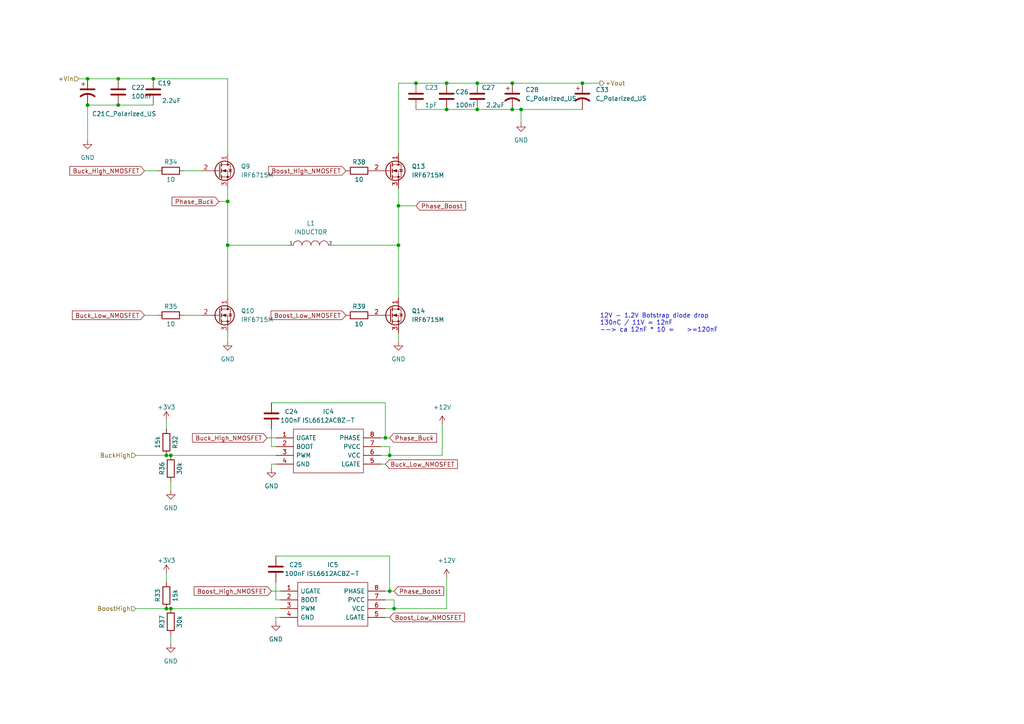
<source format=kicad_sch>
(kicad_sch (version 20211123) (generator eeschema)
  (paper "A4")
  (lib_symbols
    (symbol "Device:C" (pin_numbers hide) (pin_names (offset 0.254))
      (property "Reference" "C" (at 0.635 2.54 0))
      (property "Value" "C" (at 0.635 -2.54 0))
      (symbol "C_0_1"
        (polyline (pts (xy -2.032 -0.762) (xy 2.032 -0.762)) (stroke (width 0.508)))
        (polyline (pts (xy -2.032 0.762) (xy 2.032 0.762)) (stroke (width 0.508)))
      )
      (symbol "C_1_1"
        (pin passive line (at 0 3.81 270) (length 2.794) (name "~") (number "1"))
        (pin passive line (at 0 -3.81 90) (length 2.794) (name "~") (number "2"))
      )
    )
    (symbol "Device:C_Polarized_US" (pin_numbers hide) (pin_names (offset 0.254) hide)
      (property "Reference" "C" (at 0.635 2.54 0))
      (property "Value" "C_Polarized_US" (at 0.635 -2.54 0))
      (symbol "C_Polarized_US_0_1"
        (polyline (pts (xy -2.032 0.762) (xy 2.032 0.762)) (stroke (width 0.508)))
        (polyline (pts (xy -1.778 2.286) (xy -0.762 2.286)))
        (polyline (pts (xy -1.27 1.778) (xy -1.27 2.794)))
        (arc (start 2.032 -1.27) (mid 0 -0.5572) (end -2.032 -1.27) (stroke (width 0.508)))
      )
      (symbol "C_Polarized_US_1_1"
        (pin passive line (at 0 3.81 270) (length 2.794) (name "~") (number "1"))
        (pin passive line (at 0 -3.81 90) (length 3.302) (name "~") (number "2"))
      )
    )
    (symbol "Device:R" (pin_numbers hide) (pin_names (offset 0))
      (property "Reference" "R" (at 2.032 0 90))
      (property "Value" "R" (at 0 0 90))
      (symbol "R_0_1"
        (rectangle (start -1.016 -2.54) (end 1.016 2.54) (stroke (width 0.254)))
      )
      (symbol "R_1_1"
        (pin passive line (at 0 3.81 270) (length 1.27) (name "~") (number "1"))
        (pin passive line (at 0 -3.81 90) (length 1.27) (name "~") (number "2"))
      )
    )
    (symbol "SamacSys_Parts:ISL6612ACBZ-T" (pin_names (offset 0.762))
      (property "Reference" "IC" (at 26.67 7.62 0))
      (property "Value" "ISL6612ACBZ-T" (at 26.67 5.08 0))
      (symbol "ISL6612ACBZ-T_0_0"
        (pin passive line (at 0 0 0) (length 5.08) (name "UGATE") (number "1"))
        (pin passive line (at 0 -2.54 0) (length 5.08) (name "BOOT") (number "2"))
        (pin passive line (at 0 -5.08 0) (length 5.08) (name "PWM") (number "3"))
        (pin passive line (at 0 -7.62 0) (length 5.08) (name "GND") (number "4"))
        (pin passive line (at 30.48 -7.62 180) (length 5.08) (name "LGATE") (number "5"))
        (pin passive line (at 30.48 -5.08 180) (length 5.08) (name "VCC") (number "6"))
        (pin passive line (at 30.48 -2.54 180) (length 5.08) (name "PVCC") (number "7"))
        (pin passive line (at 30.48 0 180) (length 5.08) (name "PHASE") (number "8"))
      )
      (symbol "ISL6612ACBZ-T_0_1"
        (polyline (pts (xy 5.08 2.54) (xy 25.4 2.54) (xy 25.4 -10.16) (xy 5.08 -10.16) (xy 5.08 2.54)) (stroke (width 0.1524)))
      )
    )
    (symbol "Transistor_FET:IRF6715M" (pin_names hide)
      (property "Reference" "Q" (at 5.08 1.905 0))
      (property "Value" "IRF6715M" (at 5.08 0 0))
      (symbol "IRF6715M_0_1"
        (polyline (pts (xy 0.254 0) (xy -2.54 0)))
        (polyline (pts (xy 0.254 1.905) (xy 0.254 -1.905)) (stroke (width 0.254)))
        (polyline (pts (xy 0.762 -1.27) (xy 0.762 -2.286)) (stroke (width 0.254)))
        (polyline (pts (xy 0.762 0.508) (xy 0.762 -0.508)) (stroke (width 0.254)))
        (polyline (pts (xy 0.762 2.286) (xy 0.762 1.27)) (stroke (width 0.254)))
        (polyline (pts (xy 2.54 2.54) (xy 2.54 1.778)))
        (polyline (pts (xy 2.54 -2.54) (xy 2.54 0) (xy 0.762 0)))
        (polyline (pts (xy 0.762 -1.778) (xy 3.302 -1.778) (xy 3.302 1.778) (xy 0.762 1.778)))
        (polyline (pts (xy 1.016 0) (xy 2.032 0.381) (xy 2.032 -0.381) (xy 1.016 0)) (fill (type outline)))
        (polyline (pts (xy 2.794 0.508) (xy 2.921 0.381) (xy 3.683 0.381) (xy 3.81 0.254)))
        (polyline (pts (xy 3.302 0.381) (xy 2.921 -0.254) (xy 3.683 -0.254) (xy 3.302 0.381)))
        (circle (center 1.651 0) (radius 2.794) (stroke (width 0.254)))
        (circle (center 2.54 -1.778) (radius 0.254) (fill (type outline)))
        (circle (center 2.54 1.778) (radius 0.254) (fill (type outline)))
      )
      (symbol "IRF6715M_1_1"
        (pin passive line (at 2.54 5.08 270) (length 2.54) (name "D") (number "1"))
        (pin input line (at -5.08 0 0) (length 2.54) (name "G") (number "2"))
        (pin passive line (at 2.54 -5.08 90) (length 2.54) (name "S") (number "3"))
      )
    )
    (symbol "power:+12V" (power) (pin_names (offset 0))
      (property "Value" "+12V" (at 0 3.556 0))
      (symbol "+12V_0_1"
        (polyline (pts (xy -0.762 1.27) (xy 0 2.54)))
        (polyline (pts (xy 0 0) (xy 0 2.54)))
        (polyline (pts (xy 0 2.54) (xy 0.762 1.27)))
      )
      (symbol "+12V_1_1"
        (pin power_in line (at 0 0 90) (length 0) hide (name "+12V") (number "1"))
      )
    )
    (symbol "power:+3V3" (power) (pin_names (offset 0))
      (property "Value" "+3V3" (at 0 3.556 0))
      (symbol "+3V3_0_1"
        (polyline (pts (xy -0.762 1.27) (xy 0 2.54)))
        (polyline (pts (xy 0 0) (xy 0 2.54)))
        (polyline (pts (xy 0 2.54) (xy 0.762 1.27)))
      )
      (symbol "+3V3_1_1"
        (pin power_in line (at 0 0 90) (length 0) hide (name "+3V3") (number "1"))
      )
    )
    (symbol "power:GND" (power) (pin_names (offset 0))
      (property "Value" "GND" (at 0 -3.81 0))
      (symbol "GND_0_1"
        (polyline (pts (xy 0 0) (xy 0 -1.27) (xy 1.27 -1.27) (xy 0 -2.54) (xy -1.27 -1.27) (xy 0 -1.27)))
      )
      (symbol "GND_1_1"
        (pin power_in line (at 0 0 270) (length 0) hide (name "GND") (number "1"))
      )
    )
    (symbol "pspice:INDUCTOR" (pin_numbers hide) (pin_names (offset 0))
      (property "Reference" "L" (at 0 2.54 0))
      (property "Value" "INDUCTOR" (at 0 -1.27 0))
      (symbol "INDUCTOR_0_1"
        (arc (start -2.54 0) (mid -3.81 1.27) (end -5.08 0))
        (arc (start 0 0) (mid -1.27 1.27) (end -2.54 0))
        (arc (start 2.54 0) (mid 1.27 1.27) (end 0 0))
        (arc (start 5.08 0) (mid 3.81 1.27) (end 2.54 0))
      )
      (symbol "INDUCTOR_1_1"
        (pin input line (at -6.35 0 0) (length 1.27) (name "1") (number "1"))
        (pin input line (at 6.35 0 180) (length 1.27) (name "2") (number "2"))
      )
    )
  )
  (junction (at 151.13 31.75))
  (junction (at 66.04 71.12))
  (junction (at 48.26 176.53))
  (junction (at 148.59 24.13))
  (junction (at 113.03 171.45))
  (junction (at 138.43 31.75))
  (junction (at 129.54 31.75))
  (junction (at 48.26 132.08))
  (junction (at 34.29 22.86))
  (junction (at 25.4 22.86))
  (junction (at 115.57 71.12))
  (junction (at 115.57 59.69))
  (junction (at 44.45 22.86))
  (junction (at 120.65 24.13))
  (junction (at 129.54 24.13))
  (junction (at 111.76 127))
  (junction (at 168.91 24.13))
  (junction (at 49.53 176.53))
  (junction (at 25.4 30.48))
  (junction (at 138.43 24.13))
  (junction (at 113.03 132.08))
  (junction (at 148.59 31.75))
  (junction (at 34.29 30.48))
  (junction (at 114.3 176.53))
  (junction (at 49.53 132.08))
  (junction (at 66.04 58.42))
  (wire (pts (xy 80.01 161.29) (xy 113.03 161.29)))
  (wire (pts (xy 78.74 171.45) (xy 81.28 171.45)))
  (wire (pts (xy 114.3 176.53) (xy 111.76 176.53)))
  (wire (pts (xy 53.34 91.44) (xy 58.42 91.44)))
  (wire (pts (xy 66.04 54.61) (xy 66.04 58.42)))
  (wire (pts (xy 151.13 31.75) (xy 151.13 35.56)))
  (wire (pts (xy 129.54 31.75) (xy 138.43 31.75)))
  (wire (pts (xy 66.04 96.52) (xy 66.04 99.06)))
  (wire (pts (xy 115.57 71.12) (xy 115.57 86.36)))
  (wire (pts (xy 111.76 173.99) (xy 114.3 173.99)))
  (wire (pts (xy 25.4 22.86) (xy 34.29 22.86)))
  (wire (pts (xy 48.26 132.08) (xy 49.53 132.08)))
  (wire (pts (xy 151.13 31.75) (xy 148.59 31.75)))
  (wire (pts (xy 22.86 22.86) (xy 25.4 22.86)))
  (wire (pts (xy 80.01 168.91) (xy 80.01 173.99)))
  (wire (pts (xy 34.29 22.86) (xy 44.45 22.86)))
  (wire (pts (xy 78.74 116.84) (xy 111.76 116.84)))
  (wire (pts (xy 129.54 24.13) (xy 120.65 24.13)))
  (wire (pts (xy 25.4 30.48) (xy 34.29 30.48)))
  (wire (pts (xy 113.03 179.07) (xy 111.76 179.07)))
  (wire (pts (xy 111.76 127) (xy 110.49 127)))
  (wire (pts (xy 128.27 132.08) (xy 113.03 132.08)))
  (wire (pts (xy 111.76 134.62) (xy 110.49 134.62)))
  (wire (pts (xy 78.74 129.54) (xy 80.01 129.54)))
  (wire (pts (xy 66.04 22.86) (xy 66.04 44.45)))
  (wire (pts (xy 49.53 176.53) (xy 81.28 176.53)))
  (wire (pts (xy 41.91 91.44) (xy 45.72 91.44)))
  (wire (pts (xy 114.3 173.99) (xy 114.3 176.53)))
  (wire (pts (xy 34.29 30.48) (xy 44.45 30.48)))
  (wire (pts (xy 115.57 59.69) (xy 120.65 59.69)))
  (wire (pts (xy 48.26 176.53) (xy 49.53 176.53)))
  (wire (pts (xy 49.53 132.08) (xy 80.01 132.08)))
  (wire (pts (xy 115.57 96.52) (xy 115.57 99.06)))
  (wire (pts (xy 129.54 167.64) (xy 129.54 176.53)))
  (wire (pts (xy 48.26 121.92) (xy 48.26 124.46)))
  (wire (pts (xy 128.27 123.19) (xy 128.27 132.08)))
  (wire (pts (xy 115.57 59.69) (xy 115.57 71.12)))
  (wire (pts (xy 63.5 58.42) (xy 66.04 58.42)))
  (wire (pts (xy 78.74 134.62) (xy 80.01 134.62)))
  (wire (pts (xy 168.91 31.75) (xy 151.13 31.75)))
  (wire (pts (xy 120.65 24.13) (xy 115.57 24.13)))
  (wire (pts (xy 77.47 127) (xy 80.01 127)))
  (wire (pts (xy 66.04 71.12) (xy 66.04 86.36)))
  (wire (pts (xy 115.57 54.61) (xy 115.57 59.69)))
  (wire (pts (xy 78.74 134.62) (xy 78.74 135.89)))
  (wire (pts (xy 80.01 173.99) (xy 81.28 173.99)))
  (wire (pts (xy 114.3 171.45) (xy 113.03 171.45)))
  (wire (pts (xy 78.74 124.46) (xy 78.74 129.54)))
  (wire (pts (xy 138.43 31.75) (xy 148.59 31.75)))
  (wire (pts (xy 113.03 132.08) (xy 110.49 132.08)))
  (wire (pts (xy 168.91 24.13) (xy 148.59 24.13)))
  (wire (pts (xy 110.49 129.54) (xy 113.03 129.54)))
  (wire (pts (xy 96.52 71.12) (xy 115.57 71.12)))
  (wire (pts (xy 113.03 171.45) (xy 111.76 171.45)))
  (wire (pts (xy 39.37 132.08) (xy 48.26 132.08)))
  (wire (pts (xy 49.53 184.15) (xy 49.53 186.69)))
  (wire (pts (xy 49.53 139.7) (xy 49.53 142.24)))
  (wire (pts (xy 25.4 30.48) (xy 25.4 40.64)))
  (wire (pts (xy 138.43 24.13) (xy 129.54 24.13)))
  (wire (pts (xy 41.91 49.53) (xy 45.72 49.53)))
  (wire (pts (xy 173.99 24.13) (xy 168.91 24.13)))
  (wire (pts (xy 113.03 161.29) (xy 113.03 171.45)))
  (wire (pts (xy 129.54 176.53) (xy 114.3 176.53)))
  (wire (pts (xy 113.03 129.54) (xy 113.03 132.08)))
  (wire (pts (xy 39.37 176.53) (xy 48.26 176.53)))
  (wire (pts (xy 80.01 179.07) (xy 81.28 179.07)))
  (wire (pts (xy 53.34 49.53) (xy 58.42 49.53)))
  (wire (pts (xy 138.43 24.13) (xy 148.59 24.13)))
  (wire (pts (xy 111.76 116.84) (xy 111.76 127)))
  (wire (pts (xy 115.57 24.13) (xy 115.57 44.45)))
  (wire (pts (xy 66.04 58.42) (xy 66.04 71.12)))
  (wire (pts (xy 44.45 22.86) (xy 66.04 22.86)))
  (wire (pts (xy 48.26 166.37) (xy 48.26 168.91)))
  (wire (pts (xy 113.03 127) (xy 111.76 127)))
  (wire (pts (xy 120.65 31.75) (xy 129.54 31.75)))
  (wire (pts (xy 66.04 71.12) (xy 83.82 71.12)))
  (wire (pts (xy 80.01 179.07) (xy 80.01 180.34)))
  (text "12V - 1.2V Botstrap diode drop \n130nC / 11V = 12nF\n--> ca 12nF * 10 = 	>=120nF" (at 173.99 96.52 0) (effects (font (size 1.27 1.27)) (justify left bottom)))
  (global_label "Boost_High_NMOSFET" (shape input) (at 100.33 49.53 180) (property "Intersheet References" "${INTERSHEET_REFS}" (effects hide)))
  (global_label "Boost_High_NMOSFET" (shape input) (at 78.74 171.45 180) (property "Intersheet References" "${INTERSHEET_REFS}" (effects hide)))
  (global_label "Buck_High_NMOSFET" (shape input) (at 41.91 49.53 180) (property "Intersheet References" "${INTERSHEET_REFS}" (effects hide)))
  (global_label "Phase_Buck" (shape input) (at 63.5 58.42 180) (property "Intersheet References" "${INTERSHEET_REFS}" (effects hide)))
  (global_label "Boost_Low_NMOSFET" (shape input) (at 100.33 91.44 180) (property "Intersheet References" "${INTERSHEET_REFS}" (effects hide)))
  (global_label "Buck_Low_NMOSFET" (shape input) (at 41.91 91.44 180) (property "Intersheet References" "${INTERSHEET_REFS}" (effects hide)))
  (global_label "Phase_Boost" (shape input) (at 120.65 59.69 0) (property "Intersheet References" "${INTERSHEET_REFS}" (effects hide)))
  (global_label "Buck_High_NMOSFET" (shape input) (at 77.47 127 180) (property "Intersheet References" "${INTERSHEET_REFS}" (effects hide)))
  (global_label "Phase_Buck" (shape input) (at 113.03 127 0) (property "Intersheet References" "${INTERSHEET_REFS}" (effects hide)))
  (global_label "Buck_Low_NMOSFET" (shape input) (at 111.76 134.62 0) (property "Intersheet References" "${INTERSHEET_REFS}" (effects hide)))
  (global_label "Boost_Low_NMOSFET" (shape input) (at 113.03 179.07 0) (property "Intersheet References" "${INTERSHEET_REFS}" (effects hide)))
  (global_label "Phase_Boost" (shape input) (at 114.3 171.45 0) (property "Intersheet References" "${INTERSHEET_REFS}" (effects hide)))
  (hierarchical_label "+Vout" (shape output) (at 173.99 24.13 0))
  (hierarchical_label "BuckHigh" (shape input) (at 39.37 132.08 180))
  (hierarchical_label "+Vin" (shape input) (at 22.86 22.86 180))
  (hierarchical_label "BoostHigh" (shape input) (at 39.37 176.53 180))
  (symbol (lib_id "Device:R") (at 49.53 91.44 270) (unit 1)
    (property "Reference" "R35" (at 49.53 88.9 90))
    (property "Value" "10" (at 49.53 93.98 90))
    (property "Footprint" "Resistor_SMD:R_0805_2012Metric_Pad1.20x1.40mm_HandSolder" (effects hide))
  )
  (symbol (lib_id "Device:C_Polarized_US") (at 168.91 27.94 0) (unit 1)
    (property "Reference" "C33" (at 172.72 26.0349 0) (effects (justify left)))
    (property "Value" "C_Polarized_US" (at 172.72 28.5749 0) (effects (justify left)))
    (property "Footprint" "Capacitor_THT:CP_Radial_D10.0mm_P5.00mm" (effects hide))
  )
  (symbol (lib_id "Device:C") (at 120.65 27.94 0) (unit 1)
    (property "Reference" "C23" (at 123.19 25.4 0) (effects (justify left)))
    (property "Value" "1pF" (at 123.19 30.48 0) (effects (justify left)))
    (property "Footprint" "Capacitor_SMD:C_0805_2012Metric_Pad1.18x1.45mm_HandSolder" (effects hide))
  )
  (symbol (lib_id "power:GND") (at 66.04 99.06 0) (unit 1)
    (property "Reference" "#PWR0182" (effects hide))
    (property "Value" "GND" (at 66.04 104.14 0))
  )
  (symbol (lib_id "Transistor_FET:IRF6715M") (at 63.5 49.53 0) (unit 1)
    (property "Reference" "Q9" (at 69.85 48.2599 0) (effects (justify left)))
    (property "Value" "IRF6715M" (at 69.85 50.7999 0) (effects (justify left)))
    (property "Footprint" "Package_DirectFET:DirectFET_MX" (effects hide))
    (property "Datasheet" "https://www.infineon.com/dgdl/irf6715mpbf.pdf?fileId=5546d462533600a4015355ed0d221a82" (effects hide))
  )
  (symbol (lib_id "power:GND") (at 25.4 40.64 0) (unit 1)
    (property "Reference" "#PWR0173" (effects hide))
    (property "Value" "GND" (at 25.4 45.72 0))
  )
  (symbol (lib_id "power:GND") (at 80.01 180.34 0) (unit 1)
    (property "Reference" "#PWR0186" (effects hide))
    (property "Value" "GND" (at 80.01 185.42 0))
  )
  (symbol (lib_id "Device:C") (at 78.74 120.65 0) (unit 1)
    (property "Reference" "C24" (at 82.55 119.3799 0) (effects (justify left)))
    (property "Value" "100nF" (at 81.28 121.92 0) (effects (justify left)))
    (property "Footprint" "Capacitor_SMD:C_0805_2012Metric_Pad1.18x1.45mm_HandSolder" (effects hide))
  )
  (symbol (lib_id "power:GND") (at 49.53 186.69 0) (unit 1)
    (property "Reference" "#PWR0188" (effects hide))
    (property "Value" "GND" (at 49.53 191.77 0))
  )
  (symbol (lib_id "power:GND") (at 115.57 99.06 0) (unit 1)
    (property "Reference" "#PWR0183" (effects hide))
    (property "Value" "GND" (at 115.57 104.14 0))
  )
  (symbol (lib_id "SamacSys_Parts:ISL6612ACBZ-T") (at 80.01 127 0) (unit 1)
    (property "Reference" "IC4" (at 95.25 119.38 0))
    (property "Value" "ISL6612ACBZ-T" (at 95.25 121.92 0))
    (property "Footprint" "SamacSys_Parts:SOIC127P600X175-8N" (effects hide))
    (property "Datasheet" "https://www.renesas.com/en-us/www/doc/datasheet/isl6612a-13a.pdf" (effects hide))
    (property "Description" "Synchronous Drivers for Multiphase PWM Advanced Synchronous Rectified Buck MOSFET Drivers with Pre-POR OVP" (effects hide))
    (property "Height" "1.75" (effects hide))
    (property "Manufacturer_Name" "Renesas Electronics" (effects hide))
    (property "Manufacturer_Part_Number" "ISL6612ACBZ-T" (effects hide))
    (property "Mouser Part Number" "968-ISL6612ACBZ-T" (effects hide))
    (property "Mouser Price/Stock" "https://www.mouser.co.uk/ProductDetail/Renesas-Intersil/ISL6612ACBZ-T?qs=9fLuogzTs8J1vysItgeVmA%3D%3D" (effects hide))
  )
  (symbol (lib_id "power:+12V") (at 129.54 167.64 0) (unit 1)
    (property "Reference" "#PWR0169" (effects hide))
    (property "Value" "+12V" (at 129.54 162.56 0))
  )
  (symbol (lib_id "Device:R") (at 49.53 49.53 270) (unit 1)
    (property "Reference" "R34" (at 49.53 46.99 90))
    (property "Value" "10" (at 49.53 52.07 90))
    (property "Footprint" "Resistor_SMD:R_0805_2012Metric_Pad1.20x1.40mm_HandSolder" (effects hide))
  )
  (symbol (lib_id "Device:R") (at 49.53 135.89 0) (unit 1)
    (property "Reference" "R36" (at 46.99 135.89 90))
    (property "Value" "30k" (at 52.07 135.89 90))
    (property "Footprint" "Resistor_SMD:R_0603_1608Metric_Pad0.98x0.95mm_HandSolder" (effects hide))
  )
  (symbol (lib_id "pspice:INDUCTOR") (at 90.17 71.12 0) (unit 1)
    (property "Reference" "L1" (at 90.17 64.77 0))
    (property "Value" "INDUCTOR" (at 90.17 67.31 0))
    (property "Footprint" "Library:Inductor-Universal-15x15" (effects hide))
  )
  (symbol (lib_id "power:GND") (at 151.13 35.56 0) (unit 1)
    (property "Reference" "#PWR0172" (effects hide))
    (property "Value" "GND" (at 151.13 40.64 0))
  )
  (symbol (lib_id "Device:C") (at 34.29 26.67 0) (unit 1)
    (property "Reference" "C22" (at 38.1 25.3999 0) (effects (justify left)))
    (property "Value" "100nF" (at 38.1 27.9399 0) (effects (justify left)))
    (property "Footprint" "Capacitor_SMD:C_0805_2012Metric_Pad1.18x1.45mm_HandSolder" (effects hide))
  )
  (symbol (lib_id "Device:R") (at 104.14 91.44 270) (unit 1)
    (property "Reference" "R39" (at 104.14 88.9 90))
    (property "Value" "10" (at 104.14 93.98 90))
    (property "Footprint" "Resistor_SMD:R_0805_2012Metric_Pad1.20x1.40mm_HandSolder" (effects hide))
  )
  (symbol (lib_id "Device:R") (at 48.26 172.72 0) (unit 1)
    (property "Reference" "R33" (at 45.72 172.72 90))
    (property "Value" "15k" (at 50.8 172.72 90))
    (property "Footprint" "Resistor_SMD:R_0603_1608Metric_Pad0.98x0.95mm_HandSolder" (effects hide))
  )
  (symbol (lib_id "SamacSys_Parts:ISL6612ACBZ-T") (at 81.28 171.45 0) (unit 1)
    (property "Reference" "IC5" (at 96.52 163.83 0))
    (property "Value" "ISL6612ACBZ-T" (at 96.52 166.37 0))
    (property "Footprint" "SamacSys_Parts:SOIC127P600X175-8N" (effects hide))
    (property "Datasheet" "https://www.renesas.com/en-us/www/doc/datasheet/isl6612a-13a.pdf" (effects hide))
    (property "Description" "Synchronous Drivers for Multiphase PWM Advanced Synchronous Rectified Buck MOSFET Drivers with Pre-POR OVP" (effects hide))
    (property "Height" "1.75" (effects hide))
    (property "Manufacturer_Name" "Renesas Electronics" (effects hide))
    (property "Manufacturer_Part_Number" "ISL6612ACBZ-T" (effects hide))
    (property "Mouser Part Number" "968-ISL6612ACBZ-T" (effects hide))
    (property "Mouser Price/Stock" "https://www.mouser.co.uk/ProductDetail/Renesas-Intersil/ISL6612ACBZ-T?qs=9fLuogzTs8J1vysItgeVmA%3D%3D" (effects hide))
  )
  (symbol (lib_id "power:+12V") (at 128.27 123.19 0) (unit 1)
    (property "Reference" "#PWR0171" (effects hide))
    (property "Value" "+12V" (at 128.27 118.11 0))
  )
  (symbol (lib_id "power:GND") (at 78.74 135.89 0) (unit 1)
    (property "Reference" "#PWR0170" (effects hide))
    (property "Value" "GND" (at 78.74 140.97 0))
  )
  (symbol (lib_id "Device:C_Polarized_US") (at 25.4 26.67 0) (unit 1)
    (property "Reference" "C21" (at 26.67 33.02 0) (effects (justify left)))
    (property "Value" "C_Polarized_US" (at 30.48 33.02 0) (effects (justify left)))
    (property "Footprint" "Capacitor_THT:CP_Radial_D10.0mm_P5.00mm" (effects hide))
  )
  (symbol (lib_id "Device:C") (at 44.45 26.67 0) (unit 1)
    (property "Reference" "C19" (at 45.72 24.13 0) (effects (justify left)))
    (property "Value" "2.2uF" (at 46.99 29.21 0) (effects (justify left)))
    (property "Footprint" "Capacitor_SMD:C_0805_2012Metric_Pad1.18x1.45mm_HandSolder" (effects hide))
  )
  (symbol (lib_id "Device:C") (at 129.54 27.94 0) (unit 1)
    (property "Reference" "C26" (at 132.08 26.67 0) (effects (justify left)))
    (property "Value" "100nF" (at 132.08 30.48 0) (effects (justify left)))
    (property "Footprint" "Capacitor_SMD:C_0805_2012Metric_Pad1.18x1.45mm_HandSolder" (effects hide))
  )
  (symbol (lib_id "power:+3V3") (at 48.26 166.37 0) (unit 1)
    (property "Reference" "#PWR0189" (effects hide))
    (property "Value" "+3V3" (at 48.26 162.56 0))
  )
  (symbol (lib_id "Transistor_FET:IRF6715M") (at 113.03 91.44 0) (unit 1)
    (property "Reference" "Q14" (at 119.38 90.1699 0) (effects (justify left)))
    (property "Value" "IRF6715M" (at 119.38 92.7099 0) (effects (justify left)))
    (property "Footprint" "Package_DirectFET:DirectFET_MX" (effects hide))
    (property "Datasheet" "https://www.infineon.com/dgdl/irf6715mpbf.pdf?fileId=5546d462533600a4015355ed0d221a82" (effects hide))
  )
  (symbol (lib_id "power:+3V3") (at 48.26 121.92 0) (unit 1)
    (property "Reference" "#PWR0187" (effects hide))
    (property "Value" "+3V3" (at 48.26 118.11 0))
  )
  (symbol (lib_id "Device:R") (at 49.53 180.34 0) (unit 1)
    (property "Reference" "R37" (at 46.99 180.34 90))
    (property "Value" "30k" (at 52.07 180.34 90))
    (property "Footprint" "Resistor_SMD:R_0603_1608Metric_Pad0.98x0.95mm_HandSolder" (effects hide))
  )
  (symbol (lib_id "Device:C") (at 80.01 165.1 0) (unit 1)
    (property "Reference" "C25" (at 83.82 163.8299 0) (effects (justify left)))
    (property "Value" "100nF" (at 82.55 166.37 0) (effects (justify left)))
    (property "Footprint" "Capacitor_SMD:C_0805_2012Metric_Pad1.18x1.45mm_HandSolder" (effects hide))
  )
  (symbol (lib_id "power:GND") (at 49.53 142.24 0) (unit 1)
    (property "Reference" "#PWR0190" (effects hide))
    (property "Value" "GND" (at 49.53 147.32 0))
  )
  (symbol (lib_id "Device:R") (at 104.14 49.53 270) (unit 1)
    (property "Reference" "R38" (at 104.14 46.99 90))
    (property "Value" "10" (at 104.14 52.07 90))
    (property "Footprint" "Resistor_SMD:R_0805_2012Metric_Pad1.20x1.40mm_HandSolder" (effects hide))
  )
  (symbol (lib_id "Transistor_FET:IRF6715M") (at 113.03 49.53 0) (unit 1)
    (property "Reference" "Q13" (at 119.38 48.2599 0) (effects (justify left)))
    (property "Value" "IRF6715M" (at 119.38 50.7999 0) (effects (justify left)))
    (property "Footprint" "Package_DirectFET:DirectFET_MX" (effects hide))
    (property "Datasheet" "https://www.infineon.com/dgdl/irf6715mpbf.pdf?fileId=5546d462533600a4015355ed0d221a82" (effects hide))
  )
  (symbol (lib_id "Transistor_FET:IRF6715M") (at 63.5 91.44 0) (unit 1)
    (property "Reference" "Q10" (at 69.85 90.1699 0) (effects (justify left)))
    (property "Value" "IRF6715M" (at 69.85 92.7099 0) (effects (justify left)))
    (property "Footprint" "Package_DirectFET:DirectFET_MX" (effects hide))
    (property "Datasheet" "https://www.infineon.com/dgdl/irf6715mpbf.pdf?fileId=5546d462533600a4015355ed0d221a82" (effects hide))
  )
  (symbol (lib_id "Device:C") (at 138.43 27.94 0) (unit 1)
    (property "Reference" "C27" (at 139.7 25.4 0) (effects (justify left)))
    (property "Value" "2.2uF" (at 140.97 30.48 0) (effects (justify left)))
    (property "Footprint" "Capacitor_SMD:C_0805_2012Metric_Pad1.18x1.45mm_HandSolder" (effects hide))
  )
  (symbol (lib_id "Device:R") (at 48.26 128.27 180) (unit 1)
    (property "Reference" "R32" (at 50.8 128.27 90))
    (property "Value" "15k" (at 45.72 128.27 90))
    (property "Footprint" "Resistor_SMD:R_0603_1608Metric_Pad0.98x0.95mm_HandSolder" (effects hide))
  )
  (symbol (lib_id "Device:C_Polarized_US") (at 148.59 27.94 0) (unit 1)
    (property "Reference" "C28" (at 152.4 26.0349 0) (effects (justify left)))
    (property "Value" "C_Polarized_US" (at 152.4 28.5749 0) (effects (justify left)))
    (property "Footprint" "Capacitor_THT:CP_Radial_D10.0mm_P5.00mm" (effects hide))
  )
)
</source>
